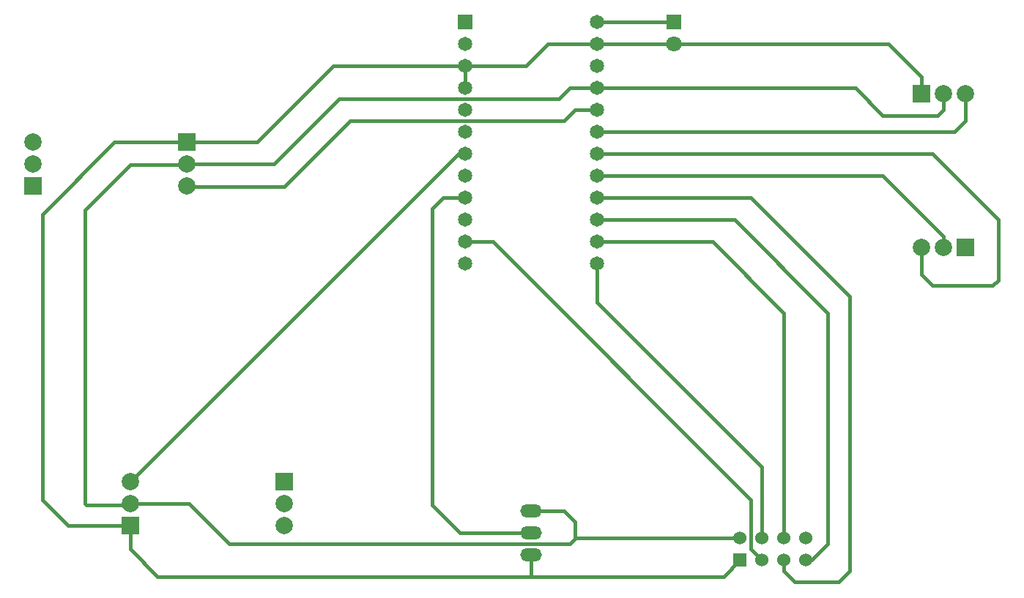
<source format=gbl>
G04 Layer: BottomLayer*
G04 EasyEDA Pro v2.2.37.3, 2025-05-01 14:47:59*
G04 Gerber Generator version 0.3*
G04 Scale: 100 percent, Rotated: No, Reflected: No*
G04 Dimensions in millimeters*
G04 Leading zeros omitted, absolute positions, 4 integers and 5 decimals*
%FSLAX45Y45*%
%MOMM*%
%ADD10R,1.524X1.524*%
%ADD11C,1.524*%
%ADD12R,1.651X1.651*%
%ADD13C,1.651*%
%ADD14R,1.8X1.8*%
%ADD15C,1.8*%
%ADD16O,2.49999X1.5*%
%ADD17C,2.0*%
%ADD18R,2.0X2.0*%
%ADD19R,2.0X2.0*%
%ADD20R,2.0X2.0*%
%ADD21C,0.381*%
G75*


G04 Pad Start*
G54D10*
G01X2420795Y-2159000D03*
G54D11*
G01X2420795Y-1905000D03*
G01X2674795Y-2159000D03*
G01X2674795Y-1905000D03*
G01X2928795Y-2159000D03*
G01X2928795Y-1905000D03*
G01X3182795Y-2159000D03*
G01X3182795Y-1905000D03*
G54D12*
G01X-754205Y4064000D03*
G54D13*
G01X-754205Y3810000D03*
G01X-754205Y3302000D03*
G01X-754205Y3048000D03*
G01X-754205Y2794000D03*
G01X-754205Y2540000D03*
G01X-754205Y2286000D03*
G01X-754205Y2032000D03*
G01X-754205Y1778000D03*
G01X-754205Y1524000D03*
G01X-754205Y1270000D03*
G01X769795Y1270000D03*
G01X769795Y1524000D03*
G01X769795Y1778000D03*
G01X769795Y2032000D03*
G01X769795Y2286000D03*
G01X769795Y2540000D03*
G01X769795Y2794000D03*
G01X769795Y3048000D03*
G01X769795Y3302000D03*
G01X769795Y3556000D03*
G01X769795Y3810000D03*
G01X769795Y4064000D03*
G01X-754205Y3556000D03*
G54D14*
G01X1658795Y4064000D03*
G54D15*
G01X1658795Y3810000D03*
G54D16*
G01X7795Y-2095500D03*
G01X7795Y-1841500D03*
G01X7795Y-1587500D03*
G54D17*
G01X-4624212Y-1508519D03*
G01X-2846238Y-1508519D03*
G01X-4624238Y-1254506D03*
G54D18*
G01X-4624238Y-1762506D03*
G01X-2846238Y-1254506D03*
G54D17*
G01X-2846238Y-1762506D03*
G01X-3972156Y2421611D03*
G01X-5750131Y2421611D03*
G01X-3972131Y2167598D03*
G54D19*
G01X-3972131Y2675598D03*
G01X-5750131Y2167598D03*
G54D17*
G01X-5750131Y2675598D03*
G54D20*
G01X4516295Y3238500D03*
G54D17*
G01X4770282Y3238475D03*
G01X5024295Y3238500D03*
G01X4516295Y1460500D03*
G01X4770282Y1460500D03*
G54D20*
G01X5024295Y1460500D03*
G04 Pad End*

G04 Track Start*
G54D21*
G01X769795Y4064000D02*
G01X1658795Y4064000D01*
G01X-3972156Y2421611D02*
G01X-2968094Y2421611D01*
G01X-2214705Y3175000D01*
G01X-3972131Y2675598D02*
G01X-3158607Y2675598D01*
G01X-2278205Y3556000D02*
G01X-754205Y3556000D01*
G01X-3158607Y2675598D02*
G01X-2278205Y3556000D01*
G01X-754205Y3556000D02*
G01X-55705Y3556000D01*
G01X198295Y3810000D01*
G01X769795Y3810000D01*
G01X-754205Y3302000D02*
G01X-754205Y3556000D01*
G01X-2087705Y2921000D02*
G01X-2849705Y2159000D01*
G01X-3963533Y2159000D01*
G01X-3972131Y2167598D01*
G01X-4624212Y-1508519D02*
G01X-4639694Y-1524000D01*
G01X-5135705Y-1524000D01*
G01X-5153666Y-1506039D01*
G01X-5153666Y1887039D01*
G01X-4627705Y2413000D01*
G01X-3980767Y2413000D01*
G01X-3972156Y2421611D01*
G01X-4809607Y2675598D02*
G01X-3972131Y2675598D01*
G01X-5643705Y1841500D02*
G01X-4809607Y2675598D01*
G01X-5643705Y-1460500D02*
G01X-5643705Y1841500D01*
G01X-4624238Y-1254506D02*
G01X-829732Y2540000D01*
G01X-754205Y2540000D01*
G01X-3944686Y-1508519D02*
G01X-4624212Y-1508519D01*
G01X-3484705Y-1968500D02*
G01X-3944686Y-1508519D01*
G01X769795Y3810000D02*
G01X1658795Y3810000D01*
G01X769795Y2286000D02*
G01X4071795Y2286000D01*
G01X4770295Y1587500D01*
G01X4770295Y1460513D01*
G01X769795Y2540000D02*
G01X4643295Y2540000D01*
G01X5405295Y1778000D01*
G01X5405295Y1079500D01*
G01X5341795Y1016000D01*
G01X4643295Y1016000D01*
G01X4516295Y1143000D01*
G01X4516295Y1460500D01*
G01X769795Y2794000D02*
G01X4897295Y2794000D01*
G01X5024295Y2921000D01*
G01X5024295Y3238500D01*
G01X1658795Y3810000D02*
G01X4135295Y3810000D01*
G01X4516295Y3429000D02*
G01X4516295Y3238500D01*
G01X4135295Y3810000D02*
G01X4516295Y3429000D01*
G01X2674795Y-2159000D02*
G01X2547795Y-2032000D01*
G01X3246295Y-2159000D02*
G01X3182795Y-2159000D01*
G01X3436795Y-1968500D02*
G01X3246295Y-2159000D01*
G01X2357295Y1778000D02*
G01X3436795Y698500D01*
G01X769795Y1778000D02*
G01X2357295Y1778000D01*
G01X3436795Y698500D02*
G01X3436795Y-1968500D01*
G01X2103295Y1524000D02*
G01X769795Y1524000D01*
G01X2928795Y698500D02*
G01X2103295Y1524000D01*
G01X2928795Y-1905000D02*
G01X2928795Y698500D01*
G01X2674795Y-1079500D02*
G01X769795Y825500D01*
G01X769795Y1270000D01*
G01X2674795Y-1079500D02*
G01X2674795Y-1905000D01*
G01X2547795Y-1460500D02*
G01X-436705Y1524000D01*
G01X2547795Y-1460500D02*
G01X2547795Y-2032000D01*
G01X-436705Y1524000D02*
G01X-754205Y1524000D01*
G01X-754205Y2032000D02*
G01X-1008205Y2032000D01*
G01X-1135205Y1905000D01*
G01X-1135205Y-1524000D02*
G01X-817705Y-1841500D01*
G01X-1135205Y1905000D02*
G01X-1135205Y-1524000D01*
G01X-4627705Y-2032000D02*
G01X-4627705Y-1765973D01*
G01X-4624238Y-1762506D01*
G01X2420795Y-2159000D02*
G01X2230295Y-2349500D01*
G01X-4310205Y-2349500D02*
G01X-4627705Y-2032000D01*
G01X-4624238Y-1762506D02*
G01X-5341699Y-1762506D01*
G01X-5643705Y-1460500D01*
G01X769795Y3302000D02*
G01X3754295Y3302000D01*
G01X4071795Y2984500D01*
G01X4706795Y2984500D01*
G01X4770295Y3048000D01*
G01X4770295Y3238462D01*
G01X769795Y2032000D02*
G01X2547795Y2032000D01*
G01X3690795Y889000D01*
G01X3690795Y-2286000D01*
G01X3563795Y-2413000D01*
G01X3055795Y-2413000D01*
G01X2928795Y-2286000D02*
G01X2928795Y-2159000D01*
G01X3055795Y-2413000D02*
G01X2928795Y-2286000D01*
G01X-2214705Y3175000D02*
G01X325295Y3175000D01*
G01X452295Y3302000D01*
G01X769795Y3302000D01*
G01X769795Y3048000D02*
G01X515795Y3048000D01*
G01X388795Y2921000D01*
G01X-2087705Y2921000D01*
G01X7795Y-1587500D02*
G01X388795Y-1587500D01*
G01X515795Y-1714500D01*
G01X515795Y-1901736D01*
G01X519059Y-1905000D01*
G01X2420795Y-1905000D01*
G01X519059Y-1905000D02*
G01X455559Y-1968500D01*
G01X-3484705Y-1968500D02*
G01X455559Y-1968500D01*
G01X-817705Y-1841500D02*
G01X7795Y-1841500D01*
G01X7795Y-2095500D02*
G01X7795Y-2343124D01*
G01X14171Y-2349500D01*
G01X2230295Y-2349500D02*
G01X14171Y-2349500D01*
G01X-4310205Y-2349500D01*
G04 Track End*

M02*


</source>
